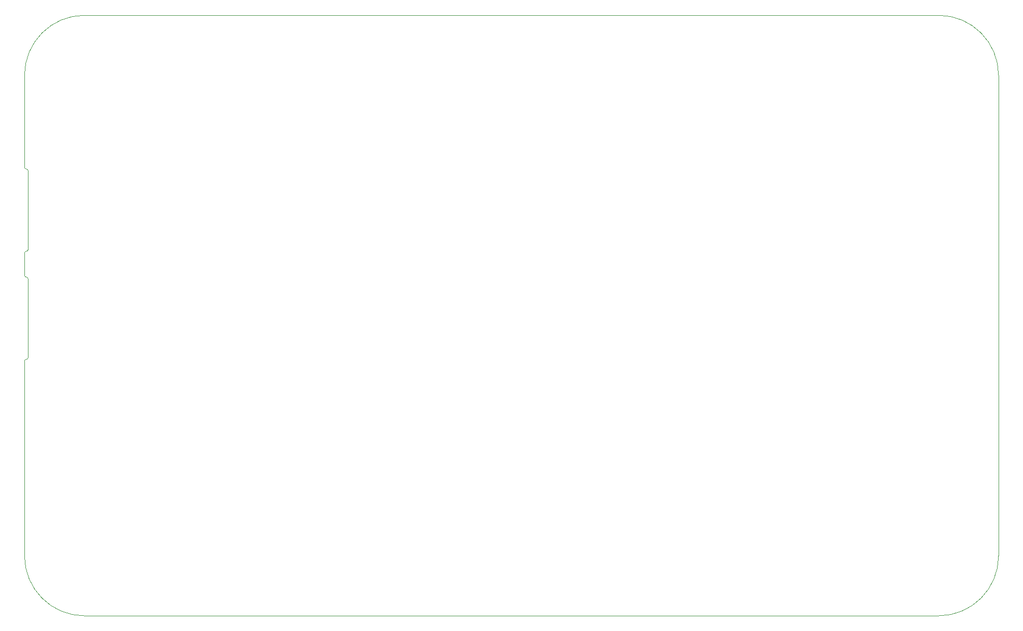
<source format=gm1>
%TF.GenerationSoftware,KiCad,Pcbnew,9.0.2-9.0.2-0~ubuntu24.04.1*%
%TF.CreationDate,2025-07-21T15:48:32-04:00*%
%TF.ProjectId,digital,64696769-7461-46c2-9e6b-696361645f70,rev?*%
%TF.SameCoordinates,Original*%
%TF.FileFunction,Profile,NP*%
%FSLAX46Y46*%
G04 Gerber Fmt 4.6, Leading zero omitted, Abs format (unit mm)*
G04 Created by KiCad (PCBNEW 9.0.2-9.0.2-0~ubuntu24.04.1) date 2025-07-21 15:48:32*
%MOMM*%
%LPD*%
G01*
G04 APERTURE LIST*
%TA.AperFunction,Profile*%
%ADD10C,0.050000*%
%TD*%
G04 APERTURE END LIST*
D10*
X62800000Y-150000000D02*
X205000000Y-150000000D01*
X53400000Y-107000000D02*
G75*
G02*
X53100000Y-107300000I-300000J0D01*
G01*
X52800000Y-60000000D02*
G75*
G02*
X62800000Y-50000000I10000000J0D01*
G01*
X62800000Y-150000000D02*
G75*
G02*
X52800000Y-140000000I0J10000000D01*
G01*
X52800000Y-60000000D02*
X52800000Y-75300000D01*
X52800000Y-107600000D02*
G75*
G02*
X53100000Y-107300000I300000J0D01*
G01*
X53100000Y-75600000D02*
G75*
G02*
X52800000Y-75300000I0J300000D01*
G01*
X53400000Y-89000000D02*
G75*
G02*
X53100000Y-89300000I-300000J0D01*
G01*
X53400000Y-75900000D02*
X53400000Y-89000000D01*
X205000000Y-50000000D02*
X62800000Y-50000000D01*
X52800000Y-107600000D02*
X52800000Y-140000000D01*
X205000000Y-50000000D02*
G75*
G02*
X215000000Y-60000000I0J-10000000D01*
G01*
X52800000Y-89600000D02*
G75*
G02*
X53100000Y-89300000I300000J0D01*
G01*
X53100000Y-93600000D02*
G75*
G02*
X53400000Y-93900000I0J-300000D01*
G01*
X52800000Y-89600000D02*
X52800000Y-93300000D01*
X215000000Y-140000000D02*
X215000000Y-60000000D01*
X53400000Y-93900000D02*
X53400000Y-107000000D01*
X215000000Y-140000000D02*
G75*
G02*
X205000000Y-150000000I-10000000J0D01*
G01*
X53100000Y-75600000D02*
G75*
G02*
X53400000Y-75900000I0J-300000D01*
G01*
X53100000Y-93600000D02*
G75*
G02*
X52800000Y-93300000I0J300000D01*
G01*
M02*

</source>
